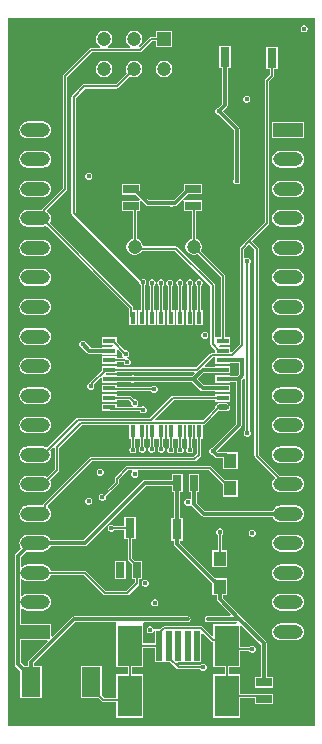
<source format=gtl>
G04*
G04 #@! TF.GenerationSoftware,Altium Limited,Altium Designer,21.0.9 (235)*
G04*
G04 Layer_Physical_Order=1*
G04 Layer_Color=255*
%FSLAX25Y25*%
%MOIN*%
G70*
G04*
G04 #@! TF.SameCoordinates,8C7BE193-C278-4644-9D0B-105955A7BB27*
G04*
G04*
G04 #@! TF.FilePolarity,Positive*
G04*
G01*
G75*
%ADD16R,0.03150X0.06693*%
%ADD17R,0.08071X0.13780*%
%ADD18R,0.01968X0.10039*%
%ADD19O,0.04232X0.01772*%
%ADD20R,0.04232X0.01772*%
%ADD21R,0.01772X0.04232*%
%ADD22R,0.04331X0.04921*%
%ADD23R,0.02756X0.05315*%
%ADD24R,0.05315X0.02756*%
%ADD25R,0.06299X0.09843*%
%ADD41C,0.00591*%
%ADD42C,0.01181*%
%ADD43R,0.09843X0.04724*%
%ADD44O,0.09843X0.04724*%
%ADD45C,0.04724*%
%ADD46R,0.04724X0.04724*%
%ADD47C,0.01575*%
G36*
X102362Y0D02*
X0D01*
Y236221D01*
X102362D01*
Y0D01*
D02*
G37*
%LPC*%
G36*
X99152Y233760D02*
X98682D01*
X98248Y233580D01*
X97916Y233248D01*
X97736Y232814D01*
Y232344D01*
X97916Y231910D01*
X98248Y231577D01*
X98682Y231398D01*
X99152D01*
X99586Y231577D01*
X99919Y231910D01*
X100098Y232344D01*
Y232814D01*
X99919Y233248D01*
X99586Y233580D01*
X99152Y233760D01*
D02*
G37*
G36*
X54921Y231890D02*
X49409D01*
Y229836D01*
X47835D01*
X47566Y229783D01*
X47338Y229631D01*
X44061Y226354D01*
X43914Y226384D01*
X43828Y226911D01*
X43857Y226929D01*
X44371Y227442D01*
X44733Y228070D01*
X44921Y228771D01*
Y229497D01*
X44733Y230198D01*
X44371Y230826D01*
X43857Y231339D01*
X43229Y231702D01*
X42528Y231890D01*
X41802D01*
X41102Y231702D01*
X40473Y231339D01*
X39960Y230826D01*
X39597Y230198D01*
X39409Y229497D01*
Y228771D01*
X39597Y228070D01*
X39960Y227442D01*
X40473Y226929D01*
X40878Y226695D01*
X40745Y226195D01*
X33586D01*
X33452Y226695D01*
X33858Y226929D01*
X34371Y227442D01*
X34733Y228070D01*
X34921Y228771D01*
Y229497D01*
X34733Y230198D01*
X34371Y230826D01*
X33858Y231339D01*
X33229Y231702D01*
X32528Y231890D01*
X31802D01*
X31102Y231702D01*
X30473Y231339D01*
X29960Y230826D01*
X29597Y230198D01*
X29409Y229497D01*
Y228771D01*
X29597Y228070D01*
X29960Y227442D01*
X30473Y226929D01*
X30878Y226695D01*
X30744Y226195D01*
X27854D01*
X27586Y226141D01*
X27358Y225989D01*
X18499Y217131D01*
X18347Y216903D01*
X18294Y216634D01*
Y179366D01*
X11618Y172690D01*
X11466Y172462D01*
X11412Y172193D01*
Y172071D01*
X6653D01*
X5934Y171976D01*
X5264Y171699D01*
X4688Y171257D01*
X4246Y170681D01*
X3968Y170011D01*
X3874Y169291D01*
X3968Y168572D01*
X4246Y167902D01*
X4688Y167326D01*
X5264Y166884D01*
X5934Y166606D01*
X6653Y166512D01*
X11772D01*
X12491Y166606D01*
X12928Y166787D01*
X40439Y139276D01*
Y136811D01*
X40453Y136743D01*
Y133711D01*
X43012D01*
Y138730D01*
X41844D01*
Y139567D01*
X41791Y139836D01*
X41638Y140064D01*
X14015Y167687D01*
X14179Y167902D01*
X14457Y168572D01*
X14551Y169291D01*
X14457Y170011D01*
X14179Y170681D01*
X13737Y171257D01*
X13251Y171630D01*
X13159Y171988D01*
X13156Y172242D01*
X19493Y178578D01*
X19645Y178806D01*
X19699Y179075D01*
Y216343D01*
X28145Y224790D01*
X44193D01*
X44462Y224843D01*
X44690Y224995D01*
X48126Y228431D01*
X49409D01*
Y227135D01*
X49396Y227067D01*
X49409Y226999D01*
Y226378D01*
X50030D01*
X50098Y226364D01*
X50166Y226378D01*
X54921D01*
Y231890D01*
D02*
G37*
G36*
X52528Y221890D02*
X51802D01*
X51102Y221702D01*
X50473Y221339D01*
X49960Y220826D01*
X49597Y220198D01*
X49409Y219497D01*
Y218771D01*
X49597Y218070D01*
X49960Y217442D01*
X50473Y216929D01*
X51102Y216566D01*
X51802Y216378D01*
X52528D01*
X53229Y216566D01*
X53857Y216929D01*
X54371Y217442D01*
X54733Y218070D01*
X54921Y218771D01*
Y219497D01*
X54733Y220198D01*
X54371Y220826D01*
X53857Y221339D01*
X53229Y221702D01*
X52528Y221890D01*
D02*
G37*
G36*
X42528D02*
X41802D01*
X41102Y221702D01*
X40473Y221339D01*
X39960Y220826D01*
X39597Y220198D01*
X39409Y219497D01*
Y218771D01*
X39597Y218070D01*
X39784Y217746D01*
X36028Y213990D01*
X25394D01*
X25125Y213936D01*
X24897Y213784D01*
X21452Y210339D01*
X21300Y210111D01*
X21246Y209842D01*
Y170965D01*
X21300Y170696D01*
X21452Y170468D01*
X43799Y148121D01*
Y147698D01*
X43979Y147264D01*
X44311Y146932D01*
X44368Y146908D01*
Y138730D01*
X43602D01*
Y133711D01*
X46161D01*
Y138730D01*
X45773D01*
Y147055D01*
X45982Y147264D01*
X46161Y147698D01*
Y148168D01*
X45982Y148602D01*
X45649Y148934D01*
X45215Y149114D01*
X44793D01*
X22651Y171256D01*
Y209552D01*
X25685Y212585D01*
X36319D01*
X36588Y212638D01*
X36816Y212791D01*
X40778Y216753D01*
X41102Y216566D01*
X41802Y216378D01*
X42528D01*
X43229Y216566D01*
X43857Y216929D01*
X44371Y217442D01*
X44733Y218070D01*
X44921Y218771D01*
Y219497D01*
X44733Y220198D01*
X44371Y220826D01*
X43857Y221339D01*
X43229Y221702D01*
X42528Y221890D01*
D02*
G37*
G36*
X32528D02*
X31802D01*
X31102Y221702D01*
X30473Y221339D01*
X29960Y220826D01*
X29597Y220198D01*
X29409Y219497D01*
Y218771D01*
X29597Y218070D01*
X29960Y217442D01*
X30473Y216929D01*
X31102Y216566D01*
X31802Y216378D01*
X32528D01*
X33229Y216566D01*
X33858Y216929D01*
X34371Y217442D01*
X34733Y218070D01*
X34921Y218771D01*
Y219497D01*
X34733Y220198D01*
X34371Y220826D01*
X33858Y221339D01*
X33229Y221702D01*
X32528Y221890D01*
D02*
G37*
G36*
X79861Y210236D02*
X79391D01*
X78957Y210056D01*
X78625Y209724D01*
X78445Y209290D01*
Y208820D01*
X78625Y208386D01*
X78957Y208054D01*
X79391Y207874D01*
X79861D01*
X80295Y208054D01*
X80627Y208386D01*
X80807Y208820D01*
Y209290D01*
X80627Y209724D01*
X80295Y210056D01*
X79861Y210236D01*
D02*
G37*
G36*
X98819Y201575D02*
X88189D01*
Y196063D01*
X98819D01*
Y201575D01*
D02*
G37*
G36*
X11772Y201599D02*
X6653D01*
X5934Y201504D01*
X5264Y201226D01*
X4688Y200784D01*
X4246Y200209D01*
X3968Y199538D01*
X3874Y198819D01*
X3968Y198100D01*
X4246Y197429D01*
X4688Y196853D01*
X5264Y196412D01*
X5934Y196134D01*
X6653Y196039D01*
X11772D01*
X12491Y196134D01*
X13161Y196412D01*
X13737Y196853D01*
X14179Y197429D01*
X14457Y198100D01*
X14551Y198819D01*
X14457Y199538D01*
X14179Y200209D01*
X13737Y200784D01*
X13161Y201226D01*
X12491Y201504D01*
X11772Y201599D01*
D02*
G37*
G36*
X96063Y191756D02*
X90945D01*
X90225Y191661D01*
X89555Y191384D01*
X88979Y190942D01*
X88538Y190366D01*
X88260Y189696D01*
X88165Y188976D01*
X88260Y188257D01*
X88538Y187586D01*
X88979Y187011D01*
X89555Y186569D01*
X90225Y186291D01*
X90945Y186197D01*
X96063D01*
X96782Y186291D01*
X97453Y186569D01*
X98028Y187011D01*
X98470Y187586D01*
X98748Y188257D01*
X98843Y188976D01*
X98748Y189696D01*
X98470Y190366D01*
X98028Y190942D01*
X97453Y191384D01*
X96782Y191661D01*
X96063Y191756D01*
D02*
G37*
G36*
X11772D02*
X6653D01*
X5934Y191661D01*
X5264Y191384D01*
X4688Y190942D01*
X4246Y190366D01*
X3968Y189696D01*
X3874Y188976D01*
X3968Y188257D01*
X4246Y187586D01*
X4688Y187011D01*
X5264Y186569D01*
X5934Y186291D01*
X6653Y186197D01*
X11772D01*
X12491Y186291D01*
X13161Y186569D01*
X13737Y187011D01*
X14179Y187586D01*
X14457Y188257D01*
X14551Y188976D01*
X14457Y189696D01*
X14179Y190366D01*
X13737Y190942D01*
X13161Y191384D01*
X12491Y191661D01*
X11772Y191756D01*
D02*
G37*
G36*
X27302Y184520D02*
X26832D01*
X26398Y184340D01*
X26066Y184007D01*
X25886Y183573D01*
Y183103D01*
X26066Y182669D01*
X26398Y182337D01*
X26832Y182157D01*
X27302D01*
X27736Y182337D01*
X28068Y182669D01*
X28248Y183103D01*
Y183573D01*
X28068Y184007D01*
X27736Y184340D01*
X27302Y184520D01*
D02*
G37*
G36*
X74311Y226870D02*
X70374D01*
Y219390D01*
X71339D01*
Y207404D01*
X70134Y206199D01*
X69705Y206021D01*
X69373Y205689D01*
X69193Y205255D01*
Y204785D01*
X69373Y204351D01*
X69705Y204018D01*
X70134Y203841D01*
X75276Y198698D01*
Y182455D01*
X75098Y182026D01*
Y181556D01*
X75278Y181122D01*
X75611Y180790D01*
X76045Y180610D01*
X76515D01*
X76949Y180790D01*
X77281Y181122D01*
X77461Y181556D01*
Y182026D01*
X77283Y182455D01*
Y199114D01*
X77207Y199498D01*
X76989Y199824D01*
X71793Y205020D01*
X73052Y206279D01*
X73270Y206604D01*
X73346Y206988D01*
Y219390D01*
X74311D01*
Y226870D01*
D02*
G37*
G36*
X96063Y181913D02*
X90945D01*
X90225Y181819D01*
X89555Y181541D01*
X88979Y181099D01*
X88538Y180524D01*
X88260Y179853D01*
X88165Y179134D01*
X88260Y178414D01*
X88538Y177744D01*
X88979Y177168D01*
X89555Y176727D01*
X90225Y176449D01*
X90945Y176354D01*
X96063D01*
X96782Y176449D01*
X97453Y176727D01*
X98028Y177168D01*
X98470Y177744D01*
X98748Y178414D01*
X98843Y179134D01*
X98748Y179853D01*
X98470Y180524D01*
X98028Y181099D01*
X97453Y181541D01*
X96782Y181819D01*
X96063Y181913D01*
D02*
G37*
G36*
X11772D02*
X6653D01*
X5934Y181819D01*
X5264Y181541D01*
X4688Y181099D01*
X4246Y180524D01*
X3968Y179853D01*
X3874Y179134D01*
X3968Y178414D01*
X4246Y177744D01*
X4688Y177168D01*
X5264Y176727D01*
X5934Y176449D01*
X6653Y176354D01*
X11772D01*
X12491Y176449D01*
X13161Y176727D01*
X13737Y177168D01*
X14179Y177744D01*
X14457Y178414D01*
X14551Y179134D01*
X14457Y179853D01*
X14179Y180524D01*
X13737Y181099D01*
X13161Y181541D01*
X12491Y181819D01*
X11772Y181913D01*
D02*
G37*
G36*
X96063Y172071D02*
X90945D01*
X90225Y171976D01*
X89555Y171699D01*
X88979Y171257D01*
X88538Y170681D01*
X88260Y170011D01*
X88165Y169291D01*
X88260Y168572D01*
X88538Y167902D01*
X88979Y167326D01*
X89555Y166884D01*
X90225Y166606D01*
X90945Y166512D01*
X96063D01*
X96782Y166606D01*
X97453Y166884D01*
X98028Y167326D01*
X98470Y167902D01*
X98748Y168572D01*
X98843Y169291D01*
X98748Y170011D01*
X98470Y170681D01*
X98028Y171257D01*
X97453Y171699D01*
X96782Y171976D01*
X96063Y172071D01*
D02*
G37*
G36*
Y162229D02*
X90945D01*
X90225Y162134D01*
X89555Y161856D01*
X88979Y161414D01*
X88538Y160839D01*
X88260Y160168D01*
X88165Y159449D01*
X88260Y158729D01*
X88538Y158059D01*
X88979Y157483D01*
X89555Y157042D01*
X90225Y156764D01*
X90945Y156669D01*
X96063D01*
X96782Y156764D01*
X97453Y157042D01*
X98028Y157483D01*
X98470Y158059D01*
X98748Y158729D01*
X98843Y159449D01*
X98748Y160168D01*
X98470Y160839D01*
X98028Y161414D01*
X97453Y161856D01*
X96782Y162134D01*
X96063Y162229D01*
D02*
G37*
G36*
X11772D02*
X6653D01*
X5934Y162134D01*
X5264Y161856D01*
X4688Y161414D01*
X4246Y160839D01*
X3968Y160168D01*
X3874Y159449D01*
X3968Y158729D01*
X4246Y158059D01*
X4688Y157483D01*
X5264Y157042D01*
X5934Y156764D01*
X6653Y156669D01*
X11772D01*
X12491Y156764D01*
X13161Y157042D01*
X13737Y157483D01*
X14179Y158059D01*
X14457Y158729D01*
X14551Y159449D01*
X14457Y160168D01*
X14179Y160839D01*
X13737Y161414D01*
X13161Y161856D01*
X12491Y162134D01*
X11772Y162229D01*
D02*
G37*
G36*
X96063Y152386D02*
X90945D01*
X90225Y152291D01*
X89555Y152014D01*
X88979Y151572D01*
X88538Y150996D01*
X88260Y150326D01*
X88165Y149606D01*
X88260Y148887D01*
X88538Y148216D01*
X88979Y147641D01*
X89555Y147199D01*
X90225Y146921D01*
X90945Y146827D01*
X96063D01*
X96782Y146921D01*
X97453Y147199D01*
X98028Y147641D01*
X98470Y148216D01*
X98748Y148887D01*
X98843Y149606D01*
X98748Y150326D01*
X98470Y150996D01*
X98028Y151572D01*
X97453Y152014D01*
X96782Y152291D01*
X96063Y152386D01*
D02*
G37*
G36*
X11772D02*
X6653D01*
X5934Y152291D01*
X5264Y152014D01*
X4688Y151572D01*
X4246Y150996D01*
X3968Y150326D01*
X3874Y149606D01*
X3968Y148887D01*
X4246Y148216D01*
X4688Y147641D01*
X5264Y147199D01*
X5934Y146921D01*
X6653Y146827D01*
X11772D01*
X12491Y146921D01*
X13161Y147199D01*
X13737Y147641D01*
X14179Y148216D01*
X14457Y148887D01*
X14551Y149606D01*
X14457Y150326D01*
X14179Y150996D01*
X13737Y151572D01*
X13161Y152014D01*
X12491Y152291D01*
X11772Y152386D01*
D02*
G37*
G36*
X96063Y142543D02*
X90945D01*
X90225Y142449D01*
X89555Y142171D01*
X88979Y141729D01*
X88538Y141154D01*
X88260Y140483D01*
X88165Y139764D01*
X88260Y139044D01*
X88538Y138374D01*
X88979Y137798D01*
X89555Y137356D01*
X90225Y137079D01*
X90945Y136984D01*
X96063D01*
X96782Y137079D01*
X97453Y137356D01*
X98028Y137798D01*
X98470Y138374D01*
X98748Y139044D01*
X98843Y139764D01*
X98748Y140483D01*
X98470Y141154D01*
X98028Y141729D01*
X97453Y142171D01*
X96782Y142449D01*
X96063Y142543D01*
D02*
G37*
G36*
X11772D02*
X6653D01*
X5934Y142449D01*
X5264Y142171D01*
X4688Y141729D01*
X4246Y141154D01*
X3968Y140483D01*
X3874Y139764D01*
X3968Y139044D01*
X4246Y138374D01*
X4688Y137798D01*
X5264Y137356D01*
X5934Y137079D01*
X6653Y136984D01*
X11772D01*
X12491Y137079D01*
X13161Y137356D01*
X13737Y137798D01*
X14179Y138374D01*
X14457Y139044D01*
X14551Y139764D01*
X14457Y140483D01*
X14179Y141154D01*
X13737Y141729D01*
X13161Y142171D01*
X12491Y142449D01*
X11772Y142543D01*
D02*
G37*
G36*
X64015Y149016D02*
X63545D01*
X63111Y148836D01*
X62778Y148504D01*
X62598Y148070D01*
Y147600D01*
X62778Y147166D01*
X63077Y146867D01*
Y138730D01*
X62500D01*
Y133711D01*
X65059D01*
Y138730D01*
X64482D01*
Y146867D01*
X64781Y147166D01*
X64961Y147600D01*
Y148070D01*
X64781Y148504D01*
X64449Y148836D01*
X64015Y149016D01*
D02*
G37*
G36*
X60865D02*
X60395D01*
X59961Y148836D01*
X59629Y148504D01*
X59449Y148070D01*
Y147600D01*
X59629Y147166D01*
X59927Y146867D01*
Y138730D01*
X59350D01*
Y133711D01*
X61910D01*
Y138730D01*
X61332D01*
Y146867D01*
X61631Y147166D01*
X61811Y147600D01*
Y148070D01*
X61631Y148504D01*
X61299Y148836D01*
X60865Y149016D01*
D02*
G37*
G36*
X57617D02*
X57147D01*
X56713Y148836D01*
X56381Y148504D01*
X56201Y148070D01*
Y147600D01*
X56381Y147166D01*
X56679Y146867D01*
Y138730D01*
X56201D01*
Y133711D01*
X58760D01*
Y138730D01*
X58084D01*
Y146867D01*
X58383Y147166D01*
X58563Y147600D01*
Y148070D01*
X58383Y148504D01*
X58051Y148836D01*
X57617Y149016D01*
D02*
G37*
G36*
X54270Y148917D02*
X53800D01*
X53366Y148738D01*
X53034Y148405D01*
X52854Y147971D01*
Y147501D01*
X53034Y147067D01*
X53333Y146768D01*
Y138730D01*
X53051D01*
Y133711D01*
X55610D01*
Y138730D01*
X54738D01*
Y146768D01*
X55037Y147067D01*
X55216Y147501D01*
Y147971D01*
X55037Y148405D01*
X54704Y148738D01*
X54270Y148917D01*
D02*
G37*
G36*
X51318Y149016D02*
X50848D01*
X50414Y148836D01*
X50081Y148504D01*
X49902Y148070D01*
Y147600D01*
X50081Y147166D01*
X50380Y146867D01*
Y138730D01*
X49902D01*
Y133711D01*
X52461D01*
Y138730D01*
X51785D01*
Y146867D01*
X52084Y147166D01*
X52264Y147600D01*
Y148070D01*
X52084Y148504D01*
X51752Y148836D01*
X51318Y149016D01*
D02*
G37*
G36*
X48365D02*
X47895D01*
X47461Y148836D01*
X47129Y148504D01*
X46949Y148070D01*
Y147600D01*
X47129Y147166D01*
X47427Y146867D01*
Y138730D01*
X46752D01*
Y133711D01*
X49311D01*
Y138730D01*
X48832D01*
Y146867D01*
X49131Y147166D01*
X49311Y147600D01*
Y148070D01*
X49131Y148504D01*
X48799Y148836D01*
X48365Y149016D01*
D02*
G37*
G36*
X65983Y131496D02*
X65513D01*
X65079Y131316D01*
X64747Y130984D01*
X64567Y130550D01*
Y130080D01*
X64747Y129646D01*
X65079Y129314D01*
X65513Y129134D01*
X65983D01*
X66417Y129314D01*
X66749Y129646D01*
X66929Y130080D01*
Y130550D01*
X66749Y130984D01*
X66417Y131316D01*
X65983Y131496D01*
D02*
G37*
G36*
X96063Y132701D02*
X90945D01*
X90225Y132606D01*
X89555Y132328D01*
X88979Y131887D01*
X88538Y131311D01*
X88260Y130641D01*
X88165Y129921D01*
X88260Y129202D01*
X88538Y128531D01*
X88979Y127956D01*
X89555Y127514D01*
X90225Y127236D01*
X90945Y127142D01*
X96063D01*
X96782Y127236D01*
X97453Y127514D01*
X98028Y127956D01*
X98470Y128531D01*
X98748Y129202D01*
X98843Y129921D01*
X98748Y130641D01*
X98470Y131311D01*
X98028Y131887D01*
X97453Y132328D01*
X96782Y132606D01*
X96063Y132701D01*
D02*
G37*
G36*
X11772D02*
X6653D01*
X5934Y132606D01*
X5264Y132328D01*
X4688Y131887D01*
X4246Y131311D01*
X3968Y130641D01*
X3874Y129921D01*
X3968Y129202D01*
X4246Y128531D01*
X4688Y127956D01*
X5264Y127514D01*
X5934Y127236D01*
X6653Y127142D01*
X11772D01*
X12491Y127236D01*
X13161Y127514D01*
X13737Y127956D01*
X14179Y128531D01*
X14457Y129202D01*
X14551Y129921D01*
X14457Y130641D01*
X14179Y131311D01*
X13737Y131887D01*
X13161Y132328D01*
X12491Y132606D01*
X11772Y132701D01*
D02*
G37*
G36*
X36368Y129626D02*
X31348D01*
Y127067D01*
X35015D01*
X35076Y126976D01*
X34809Y126476D01*
X31348D01*
Y126200D01*
X27679D01*
X26277Y127603D01*
X26100Y128031D01*
X25767Y128364D01*
X25333Y128543D01*
X24863D01*
X24429Y128364D01*
X24097Y128031D01*
X23917Y127597D01*
Y127127D01*
X24097Y126693D01*
X24429Y126361D01*
X24858Y126183D01*
X26554Y124487D01*
X26880Y124270D01*
X27264Y124193D01*
X31348D01*
Y123917D01*
X36368D01*
Y125420D01*
X36830Y125612D01*
X38091Y124351D01*
Y123978D01*
X38270Y123544D01*
X38564Y123250D01*
X38545Y123072D01*
X38411Y122750D01*
X36368D01*
Y123327D01*
X31348D01*
Y120768D01*
X36368D01*
Y121345D01*
X38681D01*
Y121222D01*
X38861Y120788D01*
X39193Y120455D01*
X39627Y120276D01*
X40097D01*
X40531Y120455D01*
X40863Y120788D01*
X41043Y121222D01*
Y121692D01*
X40863Y122126D01*
X40531Y122458D01*
X40097Y122638D01*
X39863D01*
X39763Y123138D01*
X39941Y123211D01*
X40273Y123544D01*
X40453Y123978D01*
Y124448D01*
X40273Y124882D01*
X39941Y125214D01*
X39507Y125394D01*
X39037D01*
X39035Y125393D01*
X36368Y128060D01*
Y129626D01*
D02*
G37*
G36*
X89370Y226490D02*
X89302Y226476D01*
X86122D01*
Y218996D01*
X87388D01*
Y217122D01*
X85921Y215654D01*
X85768Y215426D01*
X85715Y215158D01*
Y167909D01*
X79917Y162111D01*
X77555Y159749D01*
X77402Y159521D01*
X77349Y159252D01*
Y127358D01*
X74663Y124673D01*
X74163Y124880D01*
Y126476D01*
X70496D01*
X70436Y126567D01*
X70703Y127067D01*
X74163D01*
Y129626D01*
X72356D01*
Y150197D01*
X72303Y150466D01*
X72150Y150694D01*
X64389Y158455D01*
X64576Y158779D01*
X64764Y159480D01*
Y160205D01*
X64576Y160906D01*
X64213Y161535D01*
X63700Y162048D01*
X63072Y162411D01*
X62760Y162494D01*
Y171752D01*
X64764D01*
Y175295D01*
X59132D01*
X58819Y175295D01*
X58577Y175760D01*
X60081Y177264D01*
X64764D01*
Y180807D01*
X58661D01*
Y178683D01*
X55391Y175413D01*
X55290D01*
X54861Y175591D01*
X54391D01*
X53962Y175413D01*
X47266D01*
X44094Y178585D01*
Y180709D01*
X37992D01*
Y177165D01*
X42675D01*
X44179Y175662D01*
X44168Y175641D01*
X44168Y175641D01*
X43937Y175197D01*
X43660Y175197D01*
X37992D01*
Y171653D01*
X41620D01*
Y162507D01*
X41259Y162411D01*
X40631Y162048D01*
X40118Y161535D01*
X39755Y160906D01*
X39567Y160205D01*
Y159480D01*
X39755Y158779D01*
X40118Y158150D01*
X40631Y157637D01*
X41259Y157274D01*
X41960Y157087D01*
X42686D01*
X43387Y157274D01*
X44015Y157637D01*
X44528Y158150D01*
X44759Y158550D01*
X55910D01*
X67605Y146855D01*
Y127313D01*
X67658Y127044D01*
X67810Y126816D01*
X69144Y125483D01*
Y124423D01*
X68012D01*
X67743Y124370D01*
X67515Y124217D01*
X62898Y119600D01*
X36368D01*
Y120177D01*
X31348D01*
Y118612D01*
X27259Y114522D01*
X27109Y114298D01*
X27087Y114289D01*
X26755Y113956D01*
X26575Y113522D01*
Y113052D01*
X26755Y112618D01*
X27087Y112286D01*
X27521Y112106D01*
X27991D01*
X28425Y112286D01*
X28757Y112618D01*
X28937Y113052D01*
Y113522D01*
X28757Y113956D01*
X28719Y113995D01*
X30887Y116163D01*
X31348Y115971D01*
Y114469D01*
X36368D01*
Y114744D01*
X40970D01*
X41399Y114567D01*
X41869D01*
X42298Y114744D01*
X61433D01*
X64289Y111889D01*
X64614Y111671D01*
X64999Y111595D01*
X69144D01*
Y111319D01*
X74163D01*
Y113878D01*
X69144D01*
Y113602D01*
X65414D01*
X63268Y115748D01*
X65414Y117894D01*
X69144D01*
Y117618D01*
X74163D01*
Y120177D01*
X69144D01*
Y119901D01*
X65839D01*
X65648Y120363D01*
X68303Y123018D01*
X68916D01*
X68983Y122973D01*
X69144Y122941D01*
Y120768D01*
X74163D01*
Y121093D01*
X77146D01*
Y117345D01*
X76553Y116752D01*
X74163D01*
Y117028D01*
X69144D01*
Y114469D01*
X74163D01*
Y114744D01*
X75965D01*
Y100732D01*
X68144Y92911D01*
X67716Y92734D01*
X67383Y92401D01*
X67204Y91967D01*
Y91497D01*
X67383Y91063D01*
X67716Y90731D01*
X68150Y90551D01*
X68253D01*
X69061Y89743D01*
X69387Y89526D01*
X69771Y89449D01*
X71653D01*
Y85728D01*
X76772D01*
Y91437D01*
X72735D01*
X72638Y91456D01*
X70235D01*
X69916Y91844D01*
X77678Y99607D01*
X77896Y99932D01*
X77972Y100316D01*
Y115332D01*
X78719Y116079D01*
X79219Y115881D01*
Y98606D01*
X78920Y98307D01*
X78740Y97873D01*
Y97403D01*
X78920Y96969D01*
X79252Y96636D01*
X79686Y96457D01*
X80156D01*
X80590Y96636D01*
X80923Y96969D01*
X81102Y97403D01*
Y97873D01*
X80923Y98307D01*
X80624Y98606D01*
Y154052D01*
X80923Y154351D01*
X81102Y154785D01*
Y155255D01*
X80923Y155689D01*
X80590Y156021D01*
X80156Y156201D01*
X79686D01*
X79252Y156021D01*
X78754Y156229D01*
Y158961D01*
X80413Y160621D01*
X82270Y158764D01*
Y90248D01*
X82323Y89979D01*
X82476Y89751D01*
X89035Y83191D01*
X89003Y82692D01*
X88979Y82674D01*
X88538Y82099D01*
X88260Y81428D01*
X88165Y80709D01*
X88260Y79989D01*
X88538Y79319D01*
X88979Y78743D01*
X89555Y78301D01*
X90225Y78024D01*
X90945Y77929D01*
X96063D01*
X96782Y78024D01*
X97453Y78301D01*
X98028Y78743D01*
X98470Y79319D01*
X98748Y79989D01*
X98843Y80709D01*
X98748Y81428D01*
X98470Y82099D01*
X98028Y82674D01*
X97453Y83116D01*
X96782Y83394D01*
X96063Y83488D01*
X90945D01*
X90720Y83459D01*
X90651Y83563D01*
X83675Y90539D01*
Y159055D01*
X83621Y159324D01*
X83469Y159552D01*
X81407Y161614D01*
X86914Y167121D01*
X87066Y167349D01*
X87120Y167618D01*
Y214866D01*
X88587Y216334D01*
X88740Y216562D01*
X88793Y216831D01*
Y218996D01*
X90059D01*
Y225719D01*
X90073Y225787D01*
X90059Y225855D01*
Y226476D01*
X89438D01*
X89370Y226490D01*
D02*
G37*
G36*
X96063Y122858D02*
X90945D01*
X90225Y122764D01*
X89555Y122486D01*
X88979Y122044D01*
X88538Y121469D01*
X88260Y120798D01*
X88165Y120079D01*
X88260Y119359D01*
X88538Y118689D01*
X88979Y118113D01*
X89555Y117672D01*
X90225Y117394D01*
X90945Y117299D01*
X96063D01*
X96782Y117394D01*
X97453Y117672D01*
X98028Y118113D01*
X98470Y118689D01*
X98748Y119359D01*
X98843Y120079D01*
X98748Y120798D01*
X98470Y121469D01*
X98028Y122044D01*
X97453Y122486D01*
X96782Y122764D01*
X96063Y122858D01*
D02*
G37*
G36*
X11772D02*
X6653D01*
X5934Y122764D01*
X5264Y122486D01*
X4688Y122044D01*
X4246Y121469D01*
X3968Y120798D01*
X3874Y120079D01*
X3968Y119359D01*
X4246Y118689D01*
X4688Y118113D01*
X5264Y117672D01*
X5934Y117394D01*
X6653Y117299D01*
X11772D01*
X12491Y117394D01*
X13161Y117672D01*
X13737Y118113D01*
X14179Y118689D01*
X14457Y119359D01*
X14551Y120079D01*
X14457Y120798D01*
X14179Y121469D01*
X13737Y122044D01*
X13161Y122486D01*
X12491Y122764D01*
X11772Y122858D01*
D02*
G37*
G36*
X36368Y113878D02*
X31348D01*
Y111319D01*
X36368D01*
Y111699D01*
X47851D01*
X48150Y111400D01*
X48584Y111221D01*
X49054D01*
X49488Y111400D01*
X49820Y111732D01*
X50000Y112167D01*
Y112636D01*
X49820Y113071D01*
X49488Y113403D01*
X49054Y113583D01*
X48584D01*
X48150Y113403D01*
X47851Y113104D01*
X36368D01*
Y113878D01*
D02*
G37*
G36*
X74163Y110728D02*
X69144D01*
Y110151D01*
X55020D01*
X54751Y110098D01*
X54523Y109946D01*
X47495Y102917D01*
X23435D01*
X23166Y102864D01*
X22938Y102711D01*
X13175Y92948D01*
X13161Y92958D01*
X12491Y93236D01*
X11772Y93331D01*
X6653D01*
X5934Y93236D01*
X5264Y92958D01*
X4688Y92517D01*
X4246Y91941D01*
X3968Y91271D01*
X3874Y90551D01*
X3968Y89832D01*
X4246Y89161D01*
X4688Y88586D01*
X5264Y88144D01*
X5934Y87866D01*
X6653Y87771D01*
X11772D01*
X12491Y87866D01*
X13161Y88144D01*
X13737Y88586D01*
X14179Y89161D01*
X14457Y89832D01*
X14551Y90551D01*
X14457Y91271D01*
X14179Y91941D01*
X14168Y91955D01*
X15136Y92922D01*
X15636Y92715D01*
Y85567D01*
X13175Y83105D01*
X13161Y83116D01*
X12491Y83394D01*
X11772Y83488D01*
X6653D01*
X5934Y83394D01*
X5264Y83116D01*
X4688Y82674D01*
X4246Y82099D01*
X3968Y81428D01*
X3874Y80709D01*
X3968Y79989D01*
X4246Y79319D01*
X4688Y78743D01*
X5264Y78301D01*
X5934Y78024D01*
X6653Y77929D01*
X11772D01*
X12491Y78024D01*
X13161Y78301D01*
X13737Y78743D01*
X14179Y79319D01*
X14457Y79989D01*
X14551Y80709D01*
X14457Y81428D01*
X14179Y82099D01*
X14168Y82112D01*
X16835Y84779D01*
X16988Y85007D01*
X17041Y85276D01*
Y92721D01*
X24848Y100528D01*
X40453D01*
Y95915D01*
X41030D01*
Y93504D01*
X41030Y93504D01*
Y93192D01*
X40731Y92893D01*
X40551Y92459D01*
Y91989D01*
X40731Y91555D01*
X41063Y91223D01*
X41497Y91043D01*
X41967D01*
X42401Y91223D01*
X42734Y91555D01*
X42913Y91989D01*
Y92459D01*
X42734Y92893D01*
X42435Y93192D01*
Y93504D01*
X42435Y93504D01*
Y95915D01*
X43012D01*
Y100528D01*
X43602D01*
Y95915D01*
X44179D01*
Y93389D01*
X43881Y93090D01*
X43701Y92656D01*
Y92186D01*
X43881Y91752D01*
X44213Y91420D01*
X44647Y91240D01*
X45117D01*
X45551Y91420D01*
X45883Y91752D01*
X46063Y92186D01*
Y92656D01*
X45883Y93090D01*
X45584Y93389D01*
Y95915D01*
X46161D01*
Y100528D01*
X46752D01*
Y95915D01*
X47329D01*
Y93389D01*
X47030Y93090D01*
X46850Y92656D01*
Y92186D01*
X47030Y91752D01*
X47363Y91420D01*
X47797Y91240D01*
X48266D01*
X48700Y91420D01*
X49033Y91752D01*
X49213Y92186D01*
Y92656D01*
X49033Y93090D01*
X48734Y93389D01*
Y95915D01*
X49311D01*
Y100528D01*
X49902D01*
Y95915D01*
X50479D01*
Y93389D01*
X50180Y93090D01*
X50000Y92656D01*
Y92186D01*
X50180Y91752D01*
X50512Y91420D01*
X50946Y91240D01*
X51416D01*
X51850Y91420D01*
X52182Y91752D01*
X52362Y92186D01*
Y92656D01*
X52182Y93090D01*
X51884Y93389D01*
Y95915D01*
X52461D01*
Y100528D01*
X53051D01*
Y95915D01*
X53628D01*
Y93094D01*
X53329Y92795D01*
X53150Y92361D01*
Y91891D01*
X53329Y91457D01*
X53662Y91125D01*
X54096Y90945D01*
X54566D01*
X55000Y91125D01*
X55332Y91457D01*
X55512Y91891D01*
Y92361D01*
X55332Y92795D01*
X55033Y93094D01*
Y95915D01*
X55610D01*
Y100528D01*
X56201D01*
Y95915D01*
X56778D01*
Y93094D01*
X56479Y92795D01*
X56299Y92361D01*
Y91891D01*
X56479Y91457D01*
X56811Y91125D01*
X57245Y90945D01*
X57715D01*
X58149Y91125D01*
X58482Y91457D01*
X58661Y91891D01*
Y92361D01*
X58482Y92795D01*
X58183Y93094D01*
Y95915D01*
X58760D01*
Y100528D01*
X59350D01*
Y95915D01*
X59927D01*
Y93094D01*
X59629Y92795D01*
X59449Y92361D01*
Y91891D01*
X59629Y91457D01*
X59961Y91125D01*
X60395Y90945D01*
X60865D01*
X61299Y91125D01*
X61631Y91457D01*
X61811Y91891D01*
Y92361D01*
X61631Y92795D01*
X61332Y93094D01*
Y95915D01*
X61910D01*
Y100528D01*
X62500D01*
Y95915D01*
X63077D01*
Y90842D01*
X61914Y89679D01*
X27677D01*
X27408Y89625D01*
X27180Y89473D01*
X11879Y74171D01*
X11726Y73944D01*
X11673Y73675D01*
Y73646D01*
X6653D01*
X5934Y73551D01*
X5264Y73273D01*
X4688Y72832D01*
X4246Y72256D01*
X3968Y71586D01*
X3874Y70866D01*
X3968Y70147D01*
X4246Y69476D01*
X4688Y68901D01*
X5264Y68459D01*
X5934Y68181D01*
X6653Y68086D01*
X11772D01*
X12491Y68181D01*
X13161Y68459D01*
X13737Y68901D01*
X14179Y69476D01*
X14457Y70147D01*
X14551Y70866D01*
X14457Y71586D01*
X14179Y72256D01*
X13737Y72832D01*
X13452Y73051D01*
X13386Y73688D01*
X13391Y73697D01*
X27968Y88274D01*
X62205D01*
X62474Y88327D01*
X62701Y88480D01*
X64276Y90055D01*
X64429Y90282D01*
X64482Y90551D01*
Y95915D01*
X65059D01*
Y100528D01*
X65354D01*
X65623Y100581D01*
X65851Y100734D01*
X70164Y105046D01*
X70423Y104995D01*
X72884D01*
X73383Y105094D01*
X73806Y105377D01*
X74089Y105800D01*
X74189Y106299D01*
X74089Y106799D01*
X73806Y107222D01*
X73383Y107504D01*
X72884Y107604D01*
X70423D01*
X69924Y107504D01*
X69501Y107222D01*
X69218Y106799D01*
X69119Y106299D01*
X69170Y106040D01*
X65063Y101933D01*
X49150D01*
X48959Y102395D01*
X55311Y108746D01*
X69144D01*
Y108169D01*
X74163D01*
Y110728D01*
D02*
G37*
G36*
X96063Y113016D02*
X90945D01*
X90225Y112921D01*
X89555Y112644D01*
X88979Y112202D01*
X88538Y111626D01*
X88260Y110956D01*
X88165Y110236D01*
X88260Y109517D01*
X88538Y108846D01*
X88979Y108271D01*
X89555Y107829D01*
X90225Y107551D01*
X90945Y107457D01*
X96063D01*
X96782Y107551D01*
X97453Y107829D01*
X98028Y108271D01*
X98470Y108846D01*
X98748Y109517D01*
X98843Y110236D01*
X98748Y110956D01*
X98470Y111626D01*
X98028Y112202D01*
X97453Y112644D01*
X96782Y112921D01*
X96063Y113016D01*
D02*
G37*
G36*
X11772D02*
X6653D01*
X5934Y112921D01*
X5264Y112644D01*
X4688Y112202D01*
X4246Y111626D01*
X3968Y110956D01*
X3874Y110236D01*
X3968Y109517D01*
X4246Y108846D01*
X4688Y108271D01*
X5264Y107829D01*
X5934Y107551D01*
X6653Y107457D01*
X11772D01*
X12491Y107551D01*
X13161Y107829D01*
X13737Y108271D01*
X14179Y108846D01*
X14457Y109517D01*
X14551Y110236D01*
X14457Y110956D01*
X14179Y111626D01*
X13737Y112202D01*
X13161Y112644D01*
X12491Y112921D01*
X11772Y113016D01*
D02*
G37*
G36*
X36368Y110728D02*
X31348D01*
Y108169D01*
X36368D01*
Y108746D01*
X40457D01*
X41240Y107963D01*
Y107541D01*
X41420Y107106D01*
X41615Y106911D01*
X41422Y106411D01*
X36368D01*
Y107579D01*
X31348D01*
Y105020D01*
X34381D01*
X34449Y105006D01*
X44067D01*
X44156Y104794D01*
X44488Y104461D01*
X44922Y104281D01*
X45392D01*
X45826Y104461D01*
X46158Y104794D01*
X46338Y105228D01*
Y105698D01*
X46158Y106132D01*
X45826Y106464D01*
X45392Y106644D01*
X44922D01*
X44488Y106464D01*
X44435Y106411D01*
X43421D01*
X43227Y106911D01*
X43423Y107106D01*
X43602Y107541D01*
Y108010D01*
X43423Y108445D01*
X43090Y108777D01*
X42656Y108957D01*
X42234D01*
X41245Y109946D01*
X41017Y110098D01*
X40748Y110151D01*
X36368D01*
Y110728D01*
D02*
G37*
G36*
X96063Y103173D02*
X90945D01*
X90225Y103079D01*
X89555Y102801D01*
X88979Y102359D01*
X88538Y101784D01*
X88260Y101113D01*
X88165Y100394D01*
X88260Y99674D01*
X88538Y99004D01*
X88979Y98428D01*
X89555Y97986D01*
X90225Y97709D01*
X90945Y97614D01*
X96063D01*
X96782Y97709D01*
X97453Y97986D01*
X98028Y98428D01*
X98470Y99004D01*
X98748Y99674D01*
X98843Y100394D01*
X98748Y101113D01*
X98470Y101784D01*
X98028Y102359D01*
X97453Y102801D01*
X96782Y103079D01*
X96063Y103173D01*
D02*
G37*
G36*
X11772D02*
X6653D01*
X5934Y103079D01*
X5264Y102801D01*
X4688Y102359D01*
X4246Y101784D01*
X3968Y101113D01*
X3874Y100394D01*
X3968Y99674D01*
X4246Y99004D01*
X4688Y98428D01*
X5264Y97986D01*
X5934Y97709D01*
X6653Y97614D01*
X11772D01*
X12491Y97709D01*
X13161Y97986D01*
X13737Y98428D01*
X14179Y99004D01*
X14457Y99674D01*
X14551Y100394D01*
X14457Y101113D01*
X14179Y101784D01*
X13737Y102359D01*
X13161Y102801D01*
X12491Y103079D01*
X11772Y103173D01*
D02*
G37*
G36*
X96063Y93331D02*
X90945D01*
X90225Y93236D01*
X89555Y92958D01*
X88979Y92517D01*
X88538Y91941D01*
X88260Y91271D01*
X88165Y90551D01*
X88260Y89832D01*
X88538Y89161D01*
X88979Y88586D01*
X89555Y88144D01*
X90225Y87866D01*
X90945Y87771D01*
X96063D01*
X96782Y87866D01*
X97453Y88144D01*
X98028Y88586D01*
X98470Y89161D01*
X98748Y89832D01*
X98843Y90551D01*
X98748Y91271D01*
X98470Y91941D01*
X98028Y92517D01*
X97453Y92958D01*
X96782Y93236D01*
X96063Y93331D01*
D02*
G37*
G36*
X31042Y85827D02*
X30572D01*
X30138Y85647D01*
X29806Y85315D01*
X29626Y84881D01*
Y84411D01*
X29806Y83977D01*
X30138Y83644D01*
X30572Y83465D01*
X31042D01*
X31476Y83644D01*
X31808Y83977D01*
X31988Y84411D01*
Y84881D01*
X31808Y85315D01*
X31476Y85647D01*
X31042Y85827D01*
D02*
G37*
G36*
X67520Y86726D02*
X39862D01*
X39593Y86673D01*
X39366Y86520D01*
X35873Y83027D01*
X35720Y82799D01*
X35667Y82531D01*
Y81437D01*
X31793Y77563D01*
X31370D01*
X30936Y77384D01*
X30604Y77051D01*
X30424Y76617D01*
Y76147D01*
X30604Y75713D01*
X30936Y75381D01*
X31370Y75201D01*
X31840D01*
X32274Y75381D01*
X32606Y75713D01*
X32786Y76147D01*
Y76570D01*
X36866Y80650D01*
X37018Y80877D01*
X37072Y81146D01*
Y82240D01*
X40153Y85321D01*
X41310D01*
X41517Y84821D01*
X41420Y84724D01*
X41240Y84290D01*
Y83820D01*
X41420Y83386D01*
X41752Y83054D01*
X42186Y82874D01*
X42656D01*
X43090Y83054D01*
X43423Y83386D01*
X43602Y83820D01*
Y84290D01*
X43423Y84724D01*
X43326Y84821D01*
X43533Y85321D01*
X67229D01*
X71653Y80896D01*
Y76476D01*
X76772D01*
Y82185D01*
X72352D01*
X68016Y86520D01*
X67788Y86673D01*
X67520Y86726D01*
D02*
G37*
G36*
X63878Y84055D02*
X60335D01*
Y77953D01*
X61103D01*
Y76019D01*
X60954Y75901D01*
X60603Y75750D01*
X60274Y75886D01*
X59804D01*
X59370Y75706D01*
X59038Y75374D01*
X58858Y74940D01*
Y74470D01*
X59038Y74036D01*
X59370Y73703D01*
X59804Y73524D01*
X60274D01*
X60677Y73690D01*
X60740Y73701D01*
X61285Y73572D01*
X61397Y73405D01*
X64645Y70157D01*
X64970Y69939D01*
X65354Y69863D01*
X88378D01*
X88538Y69476D01*
X88979Y68901D01*
X89555Y68459D01*
X90225Y68181D01*
X90945Y68086D01*
X96063D01*
X96782Y68181D01*
X97453Y68459D01*
X98028Y68901D01*
X98470Y69476D01*
X98748Y70147D01*
X98843Y70866D01*
X98748Y71586D01*
X98470Y72256D01*
X98028Y72832D01*
X97453Y73273D01*
X96782Y73551D01*
X96063Y73646D01*
X90945D01*
X90225Y73551D01*
X89555Y73273D01*
X88979Y72832D01*
X88538Y72256D01*
X88378Y71870D01*
X65770D01*
X63110Y74530D01*
Y77953D01*
X63878D01*
Y84055D01*
D02*
G37*
G36*
X27203Y76181D02*
X26734D01*
X26300Y76001D01*
X25967Y75669D01*
X25787Y75235D01*
Y74765D01*
X25967Y74331D01*
X26300Y73999D01*
X26734Y73819D01*
X27203D01*
X27637Y73999D01*
X27970Y74331D01*
X28150Y74765D01*
Y75235D01*
X27970Y75669D01*
X27637Y76001D01*
X27203Y76181D01*
D02*
G37*
G36*
X81829Y65453D02*
X81360D01*
X80926Y65273D01*
X80593Y64941D01*
X80413Y64507D01*
Y64037D01*
X80593Y63603D01*
X80926Y63270D01*
X81360Y63090D01*
X81829D01*
X82263Y63270D01*
X82596Y63603D01*
X82776Y64037D01*
Y64507D01*
X82596Y64941D01*
X82263Y65273D01*
X81829Y65453D01*
D02*
G37*
G36*
X58366Y84055D02*
X54823D01*
Y82007D01*
X45631D01*
X45247Y81931D01*
X44922Y81713D01*
X25235Y62027D01*
X14339D01*
X14179Y62414D01*
X13737Y62989D01*
X13161Y63431D01*
X12491Y63709D01*
X11772Y63803D01*
X6653D01*
X5934Y63709D01*
X5264Y63431D01*
X4688Y62989D01*
X4246Y62414D01*
X3968Y61743D01*
X3874Y61024D01*
X3968Y60304D01*
X4246Y59634D01*
X4488Y59319D01*
X2597Y57428D01*
X2380Y57102D01*
X2303Y56718D01*
Y20906D01*
X2380Y20522D01*
X2597Y20196D01*
X4232Y18561D01*
Y9350D01*
X11319D01*
Y19980D01*
X8779D01*
Y20844D01*
X22561Y34626D01*
X36085D01*
X36270Y34203D01*
X36270D01*
Y19636D01*
X39996D01*
Y17274D01*
X36270D01*
Y9561D01*
X32181D01*
X31398Y10344D01*
Y19980D01*
X24311D01*
Y9350D01*
X30404D01*
X31393Y8361D01*
X31621Y8209D01*
X31890Y8156D01*
X36270D01*
Y2707D01*
X45128D01*
Y17274D01*
X41401D01*
Y19636D01*
X45128D01*
Y26217D01*
X49163D01*
Y21506D01*
X51813D01*
X51919Y21506D01*
Y21506D01*
X52313D01*
Y21506D01*
X54075D01*
X56442Y19139D01*
X56670Y18987D01*
X56939Y18933D01*
X64140D01*
X64439Y18634D01*
X64873Y18455D01*
X65343D01*
X65777Y18634D01*
X66110Y18967D01*
X66289Y19401D01*
Y19871D01*
X66110Y20305D01*
X65777Y20637D01*
X65343Y20817D01*
X64873D01*
X64439Y20637D01*
X64140Y20338D01*
X57230D01*
X56524Y21044D01*
X56716Y21506D01*
X58218D01*
Y21506D01*
X58612D01*
Y21506D01*
X61368D01*
Y21506D01*
X61762D01*
Y21506D01*
X64518D01*
Y30873D01*
X64980Y31064D01*
X67910Y28134D01*
X68138Y27981D01*
X68407Y27928D01*
X68553D01*
Y19636D01*
X72280D01*
Y17274D01*
X68553D01*
Y2707D01*
X77411D01*
Y9288D01*
X82284D01*
Y7382D01*
X88386D01*
Y10925D01*
X82284D01*
Y10693D01*
X77411D01*
Y17274D01*
X73685D01*
Y19636D01*
X77411D01*
Y24962D01*
X80602D01*
X80901Y24663D01*
X81335Y24483D01*
X81805D01*
X82239Y24663D01*
X82571Y24995D01*
X82751Y25429D01*
Y25899D01*
X82571Y26333D01*
X82239Y26666D01*
X81805Y26845D01*
X81335D01*
X80901Y26666D01*
X80602Y26367D01*
X77411D01*
Y33508D01*
X77873Y33700D01*
X84331Y27242D01*
Y16437D01*
X82284D01*
Y12894D01*
X88386D01*
Y16437D01*
X86338D01*
Y27657D01*
X86262Y28041D01*
X86044Y28367D01*
X77875Y36536D01*
X77875Y36536D01*
X71673Y42739D01*
Y43701D01*
X73228D01*
Y49409D01*
X69234D01*
X57500Y61144D01*
Y61910D01*
X58465D01*
Y69390D01*
X57549D01*
Y77953D01*
X58366D01*
Y84055D01*
D02*
G37*
G36*
X96063Y63803D02*
X90945D01*
X90225Y63709D01*
X89555Y63431D01*
X88979Y62989D01*
X88538Y62414D01*
X88260Y61743D01*
X88165Y61024D01*
X88260Y60304D01*
X88538Y59634D01*
X88979Y59058D01*
X89555Y58616D01*
X90225Y58339D01*
X90945Y58244D01*
X96063D01*
X96782Y58339D01*
X97453Y58616D01*
X98028Y59058D01*
X98470Y59634D01*
X98748Y60304D01*
X98843Y61024D01*
X98748Y61743D01*
X98470Y62414D01*
X98028Y62989D01*
X97453Y63431D01*
X96782Y63709D01*
X96063Y63803D01*
D02*
G37*
G36*
X70904Y65945D02*
X70434D01*
X70000Y65765D01*
X69668Y65433D01*
X69488Y64999D01*
Y64529D01*
X69668Y64095D01*
X69967Y63796D01*
Y58661D01*
X68110D01*
Y52953D01*
X73228D01*
Y58661D01*
X71372D01*
Y63796D01*
X71671Y64095D01*
X71850Y64529D01*
Y64999D01*
X71671Y65433D01*
X71338Y65765D01*
X70904Y65945D01*
D02*
G37*
G36*
X96063Y53961D02*
X90945D01*
X90225Y53866D01*
X89555Y53588D01*
X88979Y53147D01*
X88538Y52571D01*
X88260Y51901D01*
X88165Y51181D01*
X88260Y50462D01*
X88538Y49791D01*
X88979Y49216D01*
X89555Y48774D01*
X90225Y48496D01*
X90945Y48401D01*
X96063D01*
X96782Y48496D01*
X97453Y48774D01*
X98028Y49216D01*
X98470Y49791D01*
X98748Y50462D01*
X98843Y51181D01*
X98748Y51901D01*
X98470Y52571D01*
X98028Y53147D01*
X97453Y53588D01*
X96782Y53866D01*
X96063Y53961D01*
D02*
G37*
G36*
Y44118D02*
X90945D01*
X90225Y44023D01*
X89555Y43746D01*
X88979Y43304D01*
X88538Y42728D01*
X88260Y42058D01*
X88165Y41339D01*
X88260Y40619D01*
X88538Y39949D01*
X88979Y39373D01*
X89555Y38931D01*
X90225Y38654D01*
X90945Y38559D01*
X96063D01*
X96782Y38654D01*
X97453Y38931D01*
X98028Y39373D01*
X98470Y39949D01*
X98748Y40619D01*
X98843Y41339D01*
X98748Y42058D01*
X98470Y42728D01*
X98028Y43304D01*
X97453Y43746D01*
X96782Y44023D01*
X96063Y44118D01*
D02*
G37*
G36*
Y34276D02*
X90945D01*
X90225Y34181D01*
X89555Y33903D01*
X88979Y33462D01*
X88538Y32886D01*
X88260Y32215D01*
X88165Y31496D01*
X88260Y30777D01*
X88538Y30106D01*
X88979Y29531D01*
X89555Y29089D01*
X90225Y28811D01*
X90945Y28716D01*
X96063D01*
X96782Y28811D01*
X97453Y29089D01*
X98028Y29531D01*
X98470Y30106D01*
X98748Y30777D01*
X98843Y31496D01*
X98748Y32215D01*
X98470Y32886D01*
X98028Y33462D01*
X97453Y33903D01*
X96782Y34181D01*
X96063Y34276D01*
D02*
G37*
%LPD*%
G36*
X58218Y175368D02*
X58218Y175368D01*
X58661Y175137D01*
X58661Y174861D01*
Y171752D01*
X61355D01*
Y162521D01*
X60944Y162411D01*
X60316Y162048D01*
X59803Y161535D01*
X59440Y160906D01*
X59252Y160205D01*
Y159480D01*
X59440Y158779D01*
X59803Y158150D01*
X60316Y157637D01*
X60944Y157274D01*
X61645Y157087D01*
X62371D01*
X63072Y157274D01*
X63396Y157461D01*
X70951Y149906D01*
Y129626D01*
X69144D01*
X69010Y130070D01*
Y147146D01*
X68956Y147415D01*
X68804Y147642D01*
X56697Y159749D01*
X56470Y159901D01*
X56201Y159955D01*
X45079D01*
Y160205D01*
X44891Y160906D01*
X44528Y161535D01*
X44015Y162048D01*
X43387Y162411D01*
X43025Y162507D01*
Y171653D01*
X44094D01*
Y174726D01*
X44094Y175039D01*
X44560Y175281D01*
X46141Y173700D01*
X46466Y173482D01*
X46850Y173406D01*
X53962D01*
X54391Y173228D01*
X54861D01*
X55290Y173406D01*
X55807D01*
X56191Y173482D01*
X56517Y173700D01*
X58196Y175379D01*
X58218Y175368D01*
D02*
G37*
G36*
X62415Y117733D02*
X61433Y116752D01*
X42297D01*
X41869Y116929D01*
X41399D01*
X40970Y116752D01*
X36368D01*
Y117028D01*
X32908D01*
X32641Y117528D01*
X32701Y117618D01*
X36368D01*
Y118195D01*
X62224D01*
X62415Y117733D01*
D02*
G37*
G36*
X54823Y77953D02*
X55542D01*
Y69390D01*
X54528D01*
Y61910D01*
X55493D01*
Y60728D01*
X55569Y60344D01*
X55787Y60019D01*
X68090Y47716D01*
X68110Y47702D01*
Y43701D01*
X69666D01*
Y42323D01*
X69742Y41939D01*
X69960Y41613D01*
X74281Y37292D01*
X74089Y36830D01*
X66634D01*
X66250Y36754D01*
X65924Y36536D01*
X65707Y36211D01*
X65630Y35827D01*
X65707Y35443D01*
X65924Y35117D01*
X66250Y34900D01*
X66634Y34823D01*
X76433D01*
X76516Y34703D01*
X76252Y34203D01*
X68553D01*
Y30131D01*
X68091Y29940D01*
X64906Y33125D01*
X64678Y33277D01*
X64409Y33330D01*
X52215D01*
X51946Y33277D01*
X51718Y33125D01*
X50926Y32333D01*
X49220D01*
X49182Y32333D01*
X49103Y32348D01*
X48710Y32445D01*
X48541Y32854D01*
X48208Y33186D01*
X47774Y33366D01*
X47304D01*
X46870Y33186D01*
X46538Y32854D01*
X46358Y32420D01*
Y31950D01*
X46538Y31516D01*
X46870Y31184D01*
X47304Y31004D01*
X47774D01*
X48208Y31184D01*
X48541Y31516D01*
X48663Y31812D01*
X49163Y31713D01*
Y27622D01*
X45128D01*
Y34203D01*
X45128D01*
X45312Y34626D01*
X59941D01*
X60325Y34703D01*
X60650Y34920D01*
X60868Y35246D01*
X60944Y35630D01*
X60868Y36014D01*
X60650Y36340D01*
X60325Y36557D01*
X59941Y36633D01*
X22146D01*
X21762Y36557D01*
X21436Y36340D01*
X14989Y29893D01*
X14527Y30084D01*
Y34252D01*
X4310D01*
Y39103D01*
X4811Y39279D01*
X5264Y38931D01*
X5934Y38654D01*
X6653Y38559D01*
X11772D01*
X12491Y38654D01*
X13161Y38931D01*
X13737Y39373D01*
X14179Y39949D01*
X14457Y40619D01*
X14551Y41339D01*
X14457Y42058D01*
X14179Y42728D01*
X13737Y43304D01*
X13161Y43746D01*
X12491Y44023D01*
X11772Y44118D01*
X6653D01*
X5934Y44023D01*
X5264Y43746D01*
X4811Y43398D01*
X4310Y43574D01*
Y48945D01*
X4811Y49121D01*
X5264Y48774D01*
X5934Y48496D01*
X6653Y48401D01*
X11772D01*
X12491Y48496D01*
X13161Y48774D01*
X13737Y49216D01*
X14179Y49791D01*
X14457Y50462D01*
X14459Y50479D01*
X25398D01*
X31984Y43893D01*
X32212Y43741D01*
X32480Y43687D01*
X39862D01*
X40131Y43741D01*
X40359Y43893D01*
X43607Y47141D01*
X43759Y47369D01*
X43813Y47638D01*
Y49016D01*
X44882D01*
Y55118D01*
X42332D01*
X41451Y56000D01*
Y62303D01*
X42717D01*
Y69784D01*
X38780D01*
Y66746D01*
X35515D01*
X35216Y67045D01*
X34782Y67224D01*
X34312D01*
X33878Y67045D01*
X33546Y66712D01*
X33366Y66278D01*
Y65808D01*
X33546Y65374D01*
X33878Y65042D01*
X34312Y64862D01*
X34782D01*
X35216Y65042D01*
X35515Y65341D01*
X38780D01*
Y62303D01*
X40046D01*
Y55709D01*
X40099Y55440D01*
X40251Y55212D01*
X41339Y54125D01*
Y49016D01*
X42408D01*
Y47929D01*
X39571Y45092D01*
X32771D01*
X26186Y51678D01*
X25958Y51830D01*
X25689Y51884D01*
X14459D01*
X14457Y51901D01*
X14179Y52571D01*
X13737Y53147D01*
X13161Y53588D01*
X12491Y53866D01*
X11772Y53961D01*
X6653D01*
X5934Y53866D01*
X5264Y53588D01*
X4811Y53241D01*
X4310Y53417D01*
Y56303D01*
X6100Y58093D01*
X6101Y58093D01*
X6299Y58291D01*
X6653Y58244D01*
X11772D01*
X12491Y58339D01*
X13161Y58616D01*
X13737Y59058D01*
X14179Y59634D01*
X14339Y60020D01*
X25651D01*
X26035Y60097D01*
X26361Y60314D01*
X46047Y80000D01*
X54823D01*
Y77953D01*
D02*
G37*
G36*
X13375Y28278D02*
X7066Y21969D01*
X6848Y21644D01*
X6772Y21260D01*
Y19980D01*
X5652D01*
X4310Y21321D01*
Y28740D01*
X13183D01*
X13375Y28278D01*
D02*
G37*
%LPC*%
G36*
X39370Y55118D02*
X35827D01*
Y49016D01*
X39370D01*
Y55118D01*
D02*
G37*
G36*
X46101Y48819D02*
X45631D01*
X45197Y48639D01*
X44865Y48307D01*
X44685Y47873D01*
Y47403D01*
X44865Y46969D01*
X45197Y46637D01*
X45631Y46457D01*
X46101D01*
X46535Y46637D01*
X46867Y46969D01*
X47047Y47403D01*
Y47873D01*
X46867Y48307D01*
X46535Y48639D01*
X46101Y48819D01*
D02*
G37*
G36*
X49251Y42323D02*
X48781D01*
X48347Y42143D01*
X48015Y41811D01*
X47835Y41377D01*
Y40907D01*
X48015Y40473D01*
X48347Y40140D01*
X48781Y39961D01*
X49251D01*
X49685Y40140D01*
X50017Y40473D01*
X50197Y40907D01*
Y41377D01*
X50017Y41811D01*
X49685Y42143D01*
X49251Y42323D01*
D02*
G37*
%LPD*%
D16*
X88090Y222736D02*
D03*
X72342Y223130D02*
D03*
X56496Y65650D02*
D03*
X40748Y66043D02*
D03*
D17*
X72982Y9990D02*
D03*
Y26919D02*
D03*
X40699Y9990D02*
D03*
X40699Y26919D02*
D03*
D18*
X63140D02*
D03*
X50541D02*
D03*
X53691D02*
D03*
X56841D02*
D03*
X59990D02*
D03*
D19*
X71654Y106299D02*
D03*
D20*
Y109449D02*
D03*
Y112598D02*
D03*
Y115748D02*
D03*
Y118898D02*
D03*
Y122047D02*
D03*
Y125197D02*
D03*
Y128347D02*
D03*
X33858D02*
D03*
Y125197D02*
D03*
Y122047D02*
D03*
Y118898D02*
D03*
Y115748D02*
D03*
Y112598D02*
D03*
Y109449D02*
D03*
Y106299D02*
D03*
D21*
X63779Y136221D02*
D03*
Y98425D02*
D03*
X60630Y136221D02*
D03*
Y98425D02*
D03*
X57480Y136221D02*
D03*
Y98425D02*
D03*
X54331Y136221D02*
D03*
Y98425D02*
D03*
X51181Y136221D02*
D03*
Y98425D02*
D03*
X48031Y136221D02*
D03*
Y98425D02*
D03*
X44882Y136221D02*
D03*
Y98425D02*
D03*
X41732Y136221D02*
D03*
Y98425D02*
D03*
D22*
X74213Y79331D02*
D03*
Y88583D02*
D03*
X70669Y55807D02*
D03*
Y46555D02*
D03*
D23*
X37598Y52067D02*
D03*
X43110D02*
D03*
X56595Y81004D02*
D03*
X62106D02*
D03*
D24*
X85335Y14665D02*
D03*
Y9154D02*
D03*
X41043Y173425D02*
D03*
Y178937D02*
D03*
X61713Y179035D02*
D03*
Y173524D02*
D03*
D25*
X27854Y14665D02*
D03*
X7776D02*
D03*
D41*
X80413Y161614D02*
X82972Y159055D01*
Y90248D02*
X90154Y83066D01*
X82972Y90248D02*
Y159055D01*
X92063Y80709D02*
X93504D01*
X90154Y82618D02*
X92063Y80709D01*
X90154Y82618D02*
Y83066D01*
X78051Y159252D02*
X80413Y161614D01*
X86417Y167618D01*
X64409Y32628D02*
X68407Y28630D01*
X71271D01*
X72982Y26919D01*
X74237Y25664D02*
X81570D01*
X72982Y26919D02*
X74237Y25664D01*
X40699Y26919D02*
X50541D01*
X52215Y32628D02*
X64409D01*
X50541Y30955D02*
X52215Y32628D01*
X50541Y26919D02*
Y30955D01*
X72982Y9990D02*
Y26919D01*
Y9990D02*
X84498D01*
X85335Y9154D01*
X39567Y8858D02*
X40699Y9990D01*
X31890Y8858D02*
X39567D01*
X86417Y215158D02*
X88090Y216831D01*
X86417Y167618D02*
Y215158D01*
X21949Y170965D02*
Y209842D01*
X25394Y213287D01*
X36319D01*
X21949Y170965D02*
X44980Y147933D01*
X36319Y213287D02*
X42165Y219134D01*
X18996Y216634D02*
X27854Y225492D01*
X44193D01*
X47835Y229134D01*
X52165D01*
X50098Y227067D02*
X52165Y229134D01*
X78051Y127067D02*
Y159252D01*
X79921Y97638D02*
Y155020D01*
X39862Y86024D02*
X67520D01*
X36369Y82531D02*
X39862Y86024D01*
X67520D02*
X74213Y79331D01*
X62205Y88976D02*
X63779Y90551D01*
Y98425D01*
X88090Y216831D02*
Y222736D01*
Y224508D01*
X18996Y179075D02*
Y216634D01*
X12115Y172193D02*
X18996Y179075D01*
X88090Y224508D02*
X89370Y225787D01*
X39862Y44390D02*
X43110Y47638D01*
X32480Y44390D02*
X39862D01*
X43110Y47638D02*
Y52067D01*
Y53347D01*
X25689Y51181D02*
X32480Y44390D01*
X56939Y19636D02*
X65108D01*
X53691Y22884D02*
Y26919D01*
Y22884D02*
X56939Y19636D01*
X63779Y136221D02*
Y147835D01*
Y136221D02*
X63779Y136221D01*
X60630Y136221D02*
Y147835D01*
Y136221D02*
X60630Y136221D01*
X57382Y136319D02*
Y147835D01*
Y136319D02*
X57480Y136221D01*
X54035Y136516D02*
X54331Y136221D01*
X54035Y136516D02*
Y147736D01*
X51083Y136319D02*
X51181Y136221D01*
X51083Y136319D02*
Y147835D01*
X48031Y136221D02*
X48130Y136319D01*
Y147835D01*
X45070Y136409D02*
Y147843D01*
X44980Y147933D02*
X45070Y147843D01*
X44882Y136221D02*
X45070Y136409D01*
X9212Y169291D02*
X10205D01*
X44644Y105709D02*
X44891Y105463D01*
X27756Y114026D02*
X32628Y118898D01*
X33858Y106299D02*
X34449Y105709D01*
X48031Y92421D02*
X48031Y92421D01*
X33858Y112598D02*
X34055Y112402D01*
X33858Y109449D02*
X40748D01*
X44882Y92421D02*
X44882Y92421D01*
X32628Y118898D02*
X33858D01*
X39596Y121457D02*
X39862D01*
X41732Y93504D02*
Y98425D01*
X40748Y109449D02*
X42421Y107776D01*
X34449Y105709D02*
X44644D01*
X44891Y105463D02*
X45157D01*
X44882Y92421D02*
Y98425D01*
X41732Y93504D02*
X41732Y93504D01*
X34055Y112402D02*
X48819D01*
X60630Y92126D02*
Y98425D01*
X33858Y122047D02*
X39005D01*
X35089Y128347D02*
X39222Y124213D01*
X27756Y113287D02*
Y114026D01*
X41732Y92224D02*
Y93504D01*
X39222Y124213D02*
X39272D01*
X33858Y128347D02*
X35089D01*
X48031Y92421D02*
Y98425D01*
X39005Y122047D02*
X39596Y121457D01*
X51181Y92421D02*
Y98425D01*
X57480Y92126D02*
Y98425D01*
X54331Y92126D02*
Y98425D01*
X57480Y92126D02*
X57480Y92126D01*
X60630Y92126D02*
X60630Y92126D01*
X70669Y55807D02*
Y64764D01*
X12375Y73675D02*
X27677Y88976D01*
X62205D01*
X31605Y76382D02*
X36369Y81146D01*
X34547Y66043D02*
X40748D01*
X9212Y51181D02*
X25689D01*
X40748Y55709D02*
X43110Y53347D01*
X40748Y55709D02*
Y66043D01*
X27854Y12894D02*
X31890Y8858D01*
X27854Y12894D02*
Y14665D01*
X40699Y9990D02*
Y26919D01*
X36369Y81146D02*
Y82531D01*
X10466Y70866D02*
X12375Y72776D01*
X9212Y70866D02*
X10466D01*
X12375Y72776D02*
Y73675D01*
X16339Y85276D02*
Y93012D01*
X11772Y80709D02*
X16339Y85276D01*
X9212Y80709D02*
X11772D01*
X65354Y101230D02*
X70423Y106299D01*
X24557Y101230D02*
X65354D01*
X11772Y90551D02*
X23435Y102215D01*
X16339Y93012D02*
X24557Y101230D01*
X23435Y102215D02*
X47785D01*
X70423Y106299D02*
X71654D01*
X47785Y102215D02*
X55020Y109449D01*
X9212Y90551D02*
X11772D01*
X55020Y109449D02*
X71654D01*
X33858Y118898D02*
X63189D01*
X68012Y123721D01*
X10205Y169291D02*
X11417D01*
X10205D02*
X12115Y171201D01*
Y172193D01*
X68307Y127313D02*
Y147146D01*
X56201Y159252D02*
X68307Y147146D01*
X42913Y159252D02*
X56201D01*
X42323Y159843D02*
X42913Y159252D01*
X71654Y128347D02*
Y150197D01*
X62008Y159843D02*
Y159843D01*
Y159843D02*
X71654Y150197D01*
X41142Y136811D02*
Y139567D01*
Y136811D02*
X41732Y136221D01*
X11417Y169291D02*
X41142Y139567D01*
X74606Y123622D02*
X78051Y127067D01*
X69252Y123622D02*
X74606D01*
X68012Y123721D02*
X69154D01*
X69252Y123622D01*
X68307Y127313D02*
X70423Y125197D01*
X42323Y159843D02*
Y172343D01*
X61713Y173524D02*
X62057Y173179D01*
Y159892D02*
Y173179D01*
X62008Y159843D02*
X62057Y159892D01*
X41043Y173425D02*
X41240D01*
X42323Y172343D01*
X70423Y125197D02*
X71654D01*
D42*
X68385Y91732D02*
X76968Y100316D01*
Y115748D01*
X74213Y88583D02*
Y88878D01*
X69771Y90453D02*
X72638D01*
X68385Y91732D02*
X68491D01*
X72638Y90453D02*
X74213Y88878D01*
X68491Y91732D02*
X69771Y90453D01*
X70374Y205020D02*
X76279Y199114D01*
Y181791D02*
Y199114D01*
X70374Y205020D02*
X72342Y206988D01*
Y223130D01*
X84055Y14665D02*
X85335D01*
X41634Y115748D02*
X61849D01*
X76968D02*
X78150Y116929D01*
X33858Y115748D02*
X41634D01*
X41634Y115748D01*
X64999Y118898D02*
X71654D01*
X64999Y112598D02*
X71654D01*
X25098Y127362D02*
X27264Y125197D01*
X33858D01*
X78150Y116929D02*
Y122047D01*
X41634Y115748D02*
X41634Y115748D01*
X61849D02*
X64999Y118898D01*
X61849Y115748D02*
X64999Y112598D01*
X71654Y115748D02*
X76968D01*
X71654Y122047D02*
X71703Y122097D01*
X78100D01*
X78150Y122146D01*
X78150Y122047D02*
X78150Y122047D01*
X9212Y61024D02*
X25651D01*
X7612D02*
X9212D01*
X70669Y46555D02*
Y46850D01*
Y42323D02*
Y46555D01*
Y42323D02*
X77165Y35827D01*
X85335Y27657D01*
X66634Y35827D02*
X77165D01*
X22146Y35630D02*
X59941D01*
X7776Y16437D02*
Y21260D01*
X22146Y35630D01*
X7776Y14665D02*
Y16437D01*
X56496Y65650D02*
X56545Y65699D01*
Y80955D02*
X56595Y81004D01*
X56545Y65699D02*
Y80955D01*
X56496Y60728D02*
X68799Y48425D01*
X69095D02*
X70669Y46850D01*
X68799Y48425D02*
X69095D01*
X56496Y60728D02*
Y65650D01*
X65354Y70866D02*
X93504D01*
X62106Y74114D02*
Y81004D01*
Y74114D02*
X65354Y70866D01*
X5391Y58802D02*
Y58802D01*
X3307Y20906D02*
Y56718D01*
X5391Y58802D02*
X7612Y61024D01*
X3307Y56718D02*
X5391Y58802D01*
X3307Y20906D02*
X7776Y16437D01*
X85335Y14665D02*
Y27657D01*
X45631Y81004D02*
X56595D01*
X25651Y61024D02*
X45631Y81004D01*
X42323Y178937D02*
X46850Y174409D01*
X54626D01*
X55807D01*
X60433Y179035D02*
X61713D01*
X55807Y174409D02*
X60433Y179035D01*
D43*
X93504Y198819D02*
D03*
X9212Y31496D02*
D03*
D44*
X93504D02*
D03*
Y41339D02*
D03*
Y51181D02*
D03*
Y61024D02*
D03*
Y70866D02*
D03*
Y80709D02*
D03*
Y90551D02*
D03*
Y100394D02*
D03*
Y110236D02*
D03*
Y120079D02*
D03*
Y129921D02*
D03*
Y139764D02*
D03*
Y149606D02*
D03*
Y159449D02*
D03*
Y169291D02*
D03*
Y179134D02*
D03*
Y188976D02*
D03*
X9212Y198819D02*
D03*
Y188976D02*
D03*
Y179134D02*
D03*
Y169291D02*
D03*
Y159449D02*
D03*
Y149606D02*
D03*
Y139764D02*
D03*
Y129921D02*
D03*
Y120079D02*
D03*
Y110236D02*
D03*
Y100394D02*
D03*
Y90551D02*
D03*
Y80709D02*
D03*
Y70866D02*
D03*
Y61024D02*
D03*
Y51181D02*
D03*
Y41339D02*
D03*
D45*
X62008Y159843D02*
D03*
X42323D02*
D03*
X42165Y229134D02*
D03*
X32165D02*
D03*
X42165Y219134D02*
D03*
X32165D02*
D03*
X52165D02*
D03*
D46*
Y229134D02*
D03*
D47*
X47539Y32185D02*
D03*
X27067Y183338D02*
D03*
X79921Y97638D02*
D03*
Y155020D02*
D03*
X68385Y91732D02*
D03*
X76279Y181791D02*
D03*
X79626Y209055D02*
D03*
X98917Y232579D02*
D03*
X81570Y25664D02*
D03*
X81595Y64272D02*
D03*
X49016Y41142D02*
D03*
X45866Y47638D02*
D03*
X42421Y84055D02*
D03*
X65108Y19636D02*
D03*
X63779Y147835D02*
D03*
X60630D02*
D03*
X57382D02*
D03*
X54035Y147736D02*
D03*
X51083Y147835D02*
D03*
X48130D02*
D03*
X44980Y147933D02*
D03*
X27756Y113287D02*
D03*
X25098Y127362D02*
D03*
X78150Y122146D02*
D03*
X39272Y124213D02*
D03*
X39862Y121457D02*
D03*
X42421Y107776D02*
D03*
X45157Y105463D02*
D03*
X48031Y92421D02*
D03*
X48819Y112402D02*
D03*
X44882Y92421D02*
D03*
X41634Y115748D02*
D03*
X41732Y92224D02*
D03*
X51181Y92421D02*
D03*
X54331Y92126D02*
D03*
X57480Y92126D02*
D03*
X60630Y92126D02*
D03*
X26969Y75000D02*
D03*
X70669Y64764D02*
D03*
X60039Y74705D02*
D03*
X30807Y84646D02*
D03*
X31605Y76382D02*
D03*
X34547Y66043D02*
D03*
X65748Y130315D02*
D03*
X70374Y205020D02*
D03*
X54626Y174409D02*
D03*
M02*

</source>
